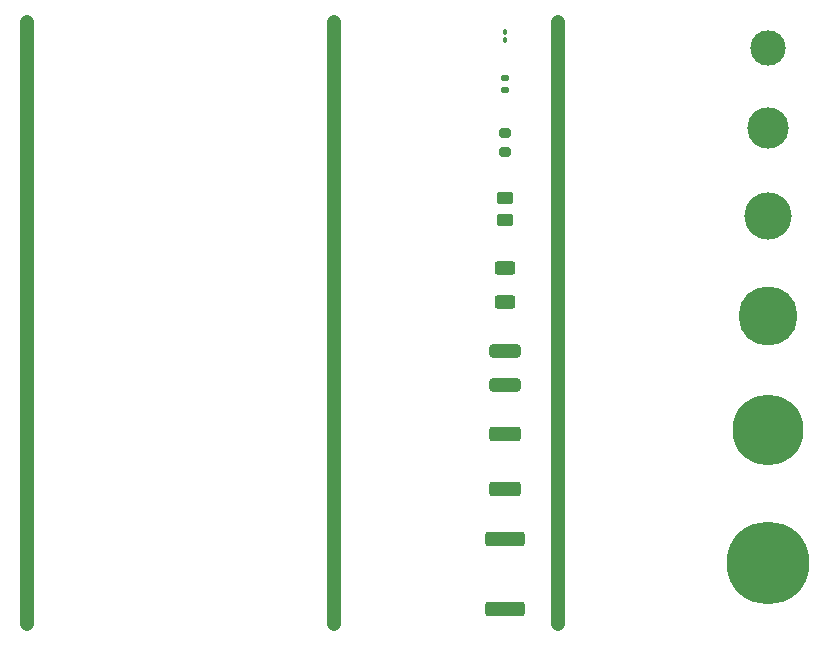
<source format=gbr>
%TF.GenerationSoftware,KiCad,Pcbnew,(6.0.0)*%
%TF.CreationDate,2022-07-14T20:59:07+12:00*%
%TF.ProjectId,BUSINESS_CARD,42555349-4e45-4535-935f-434152442e6b,0A*%
%TF.SameCoordinates,Original*%
%TF.FileFunction,Soldermask,Bot*%
%TF.FilePolarity,Negative*%
%FSLAX46Y46*%
G04 Gerber Fmt 4.6, Leading zero omitted, Abs format (unit mm)*
G04 Created by KiCad (PCBNEW (6.0.0)) date 2022-07-14 20:59:07*
%MOMM*%
%LPD*%
G01*
G04 APERTURE LIST*
G04 Aperture macros list*
%AMRoundRect*
0 Rectangle with rounded corners*
0 $1 Rounding radius*
0 $2 $3 $4 $5 $6 $7 $8 $9 X,Y pos of 4 corners*
0 Add a 4 corners polygon primitive as box body*
4,1,4,$2,$3,$4,$5,$6,$7,$8,$9,$2,$3,0*
0 Add four circle primitives for the rounded corners*
1,1,$1+$1,$2,$3*
1,1,$1+$1,$4,$5*
1,1,$1+$1,$6,$7*
1,1,$1+$1,$8,$9*
0 Add four rect primitives between the rounded corners*
20,1,$1+$1,$2,$3,$4,$5,0*
20,1,$1+$1,$4,$5,$6,$7,0*
20,1,$1+$1,$6,$7,$8,$9,0*
20,1,$1+$1,$8,$9,$2,$3,0*%
G04 Aperture macros list end*
%ADD10C,1.200000*%
%ADD11C,3.000000*%
%ADD12C,3.500000*%
%ADD13C,5.000000*%
%ADD14C,4.000000*%
%ADD15C,6.000000*%
%ADD16C,7.000000*%
%ADD17RoundRect,0.250000X-1.425000X0.362500X-1.425000X-0.362500X1.425000X-0.362500X1.425000X0.362500X0*%
%ADD18RoundRect,0.200000X-0.275000X0.200000X-0.275000X-0.200000X0.275000X-0.200000X0.275000X0.200000X0*%
%ADD19RoundRect,0.250000X-0.625000X0.312500X-0.625000X-0.312500X0.625000X-0.312500X0.625000X0.312500X0*%
%ADD20RoundRect,0.100000X-0.100000X0.130000X-0.100000X-0.130000X0.100000X-0.130000X0.100000X0.130000X0*%
%ADD21RoundRect,0.250000X-1.075000X0.362500X-1.075000X-0.362500X1.075000X-0.362500X1.075000X0.362500X0*%
%ADD22RoundRect,0.250000X-0.450000X0.262500X-0.450000X-0.262500X0.450000X-0.262500X0.450000X0.262500X0*%
%ADD23RoundRect,0.250000X-1.075000X0.312500X-1.075000X-0.312500X1.075000X-0.312500X1.075000X0.312500X0*%
%ADD24RoundRect,0.135000X-0.185000X0.135000X-0.185000X-0.135000X0.185000X-0.135000X0.185000X0.135000X0*%
G04 APERTURE END LIST*
D10*
X175000000Y-175500000D02*
X175000000Y-124500000D01*
X201000000Y-175500000D02*
X201000000Y-124500000D01*
X220000000Y-175500000D02*
X220000000Y-124500000D01*
D11*
%TO.C,H1*%
X237786000Y-126714000D03*
%TD*%
D12*
%TO.C,H2*%
X237786000Y-133429000D03*
%TD*%
D13*
%TO.C,H4*%
X237786000Y-149357000D03*
%TD*%
D14*
%TO.C,H3*%
X237786000Y-140893000D03*
%TD*%
D15*
%TO.C,H5*%
X237786000Y-159071000D03*
%TD*%
D16*
%TO.C,H6*%
X237786000Y-170286000D03*
%TD*%
D17*
%TO.C,R8*%
X215500000Y-168239500D03*
X215500000Y-174164500D03*
%TD*%
D18*
%TO.C,R3*%
X215500000Y-133845000D03*
X215500000Y-135495000D03*
%TD*%
D19*
%TO.C,R5*%
X215500000Y-145287500D03*
X215500000Y-148212500D03*
%TD*%
D20*
%TO.C,R1*%
X215500000Y-125360000D03*
X215500000Y-126000000D03*
%TD*%
D21*
%TO.C,R6*%
X215500000Y-159407500D03*
X215500000Y-164032500D03*
%TD*%
D22*
%TO.C,R4*%
X215500000Y-139397500D03*
X215500000Y-141222500D03*
%TD*%
D23*
%TO.C,R7*%
X215500000Y-152327500D03*
X215500000Y-155252500D03*
%TD*%
D24*
%TO.C,R2*%
X215500000Y-129250000D03*
X215500000Y-130270000D03*
%TD*%
M02*

</source>
